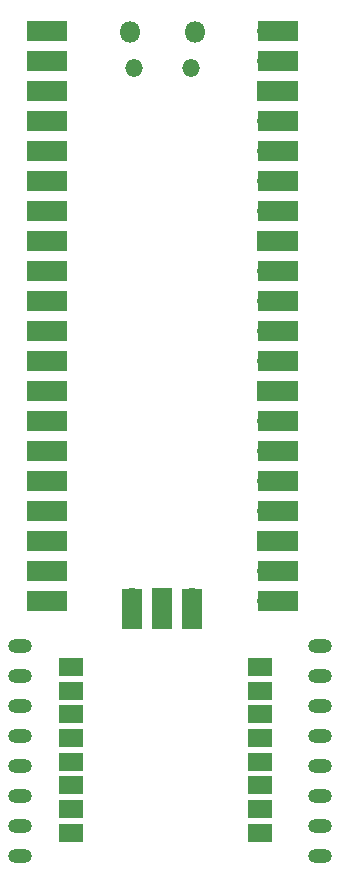
<source format=gbr>
%TF.GenerationSoftware,KiCad,Pcbnew,6.0.2+dfsg-1*%
%TF.CreationDate,2022-09-03T15:09:50+02:00*%
%TF.ProjectId,LoRa_thing,4c6f5261-5f74-4686-996e-672e6b696361,rev?*%
%TF.SameCoordinates,Original*%
%TF.FileFunction,Soldermask,Top*%
%TF.FilePolarity,Negative*%
%FSLAX46Y46*%
G04 Gerber Fmt 4.6, Leading zero omitted, Abs format (unit mm)*
G04 Created by KiCad (PCBNEW 6.0.2+dfsg-1) date 2022-09-03 15:09:50*
%MOMM*%
%LPD*%
G01*
G04 APERTURE LIST*
%ADD10O,1.800000X1.800000*%
%ADD11O,1.500000X1.500000*%
%ADD12O,1.700000X1.700000*%
%ADD13R,3.500000X1.700000*%
%ADD14R,1.700000X1.700000*%
%ADD15R,1.700000X3.500000*%
%ADD16R,2.000000X1.500000*%
%ADD17O,2.000000X1.200000*%
G04 APERTURE END LIST*
D10*
%TO.C,U2*%
X123375000Y-66170000D03*
X117925000Y-66170000D03*
D11*
X118225000Y-69200000D03*
X123075000Y-69200000D03*
D12*
X111760000Y-66040000D03*
D13*
X110860000Y-66040000D03*
D12*
X111760000Y-68580000D03*
D13*
X110860000Y-68580000D03*
X110860000Y-71120000D03*
D14*
X111760000Y-71120000D03*
D12*
X111760000Y-73660000D03*
D13*
X110860000Y-73660000D03*
D12*
X111760000Y-76200000D03*
D13*
X110860000Y-76200000D03*
D12*
X111760000Y-78740000D03*
D13*
X110860000Y-78740000D03*
X110860000Y-81280000D03*
D12*
X111760000Y-81280000D03*
D14*
X111760000Y-83820000D03*
D13*
X110860000Y-83820000D03*
X110860000Y-86360000D03*
D12*
X111760000Y-86360000D03*
X111760000Y-88900000D03*
D13*
X110860000Y-88900000D03*
X110860000Y-91440000D03*
D12*
X111760000Y-91440000D03*
X111760000Y-93980000D03*
D13*
X110860000Y-93980000D03*
D14*
X111760000Y-96520000D03*
D13*
X110860000Y-96520000D03*
X110860000Y-99060000D03*
D12*
X111760000Y-99060000D03*
X111760000Y-101600000D03*
D13*
X110860000Y-101600000D03*
X110860000Y-104140000D03*
D12*
X111760000Y-104140000D03*
D13*
X110860000Y-106680000D03*
D12*
X111760000Y-106680000D03*
D13*
X110860000Y-109220000D03*
D14*
X111760000Y-109220000D03*
D12*
X111760000Y-111760000D03*
D13*
X110860000Y-111760000D03*
X110860000Y-114300000D03*
D12*
X111760000Y-114300000D03*
D13*
X130440000Y-114300000D03*
D12*
X129540000Y-114300000D03*
D13*
X130440000Y-111760000D03*
D12*
X129540000Y-111760000D03*
D13*
X130440000Y-109220000D03*
D14*
X129540000Y-109220000D03*
D12*
X129540000Y-106680000D03*
D13*
X130440000Y-106680000D03*
X130440000Y-104140000D03*
D12*
X129540000Y-104140000D03*
D13*
X130440000Y-101600000D03*
D12*
X129540000Y-101600000D03*
X129540000Y-99060000D03*
D13*
X130440000Y-99060000D03*
D14*
X129540000Y-96520000D03*
D13*
X130440000Y-96520000D03*
D12*
X129540000Y-93980000D03*
D13*
X130440000Y-93980000D03*
X130440000Y-91440000D03*
D12*
X129540000Y-91440000D03*
X129540000Y-88900000D03*
D13*
X130440000Y-88900000D03*
D12*
X129540000Y-86360000D03*
D13*
X130440000Y-86360000D03*
X130440000Y-83820000D03*
D14*
X129540000Y-83820000D03*
D13*
X130440000Y-81280000D03*
D12*
X129540000Y-81280000D03*
D13*
X130440000Y-78740000D03*
D12*
X129540000Y-78740000D03*
X129540000Y-76200000D03*
D13*
X130440000Y-76200000D03*
X130440000Y-73660000D03*
D12*
X129540000Y-73660000D03*
D13*
X130440000Y-71120000D03*
D14*
X129540000Y-71120000D03*
D13*
X130440000Y-68580000D03*
D12*
X129540000Y-68580000D03*
X129540000Y-66040000D03*
D13*
X130440000Y-66040000D03*
D15*
X118110000Y-114970000D03*
D12*
X118110000Y-114070000D03*
D14*
X120650000Y-114070000D03*
D15*
X120650000Y-114970000D03*
D12*
X123190000Y-114070000D03*
D15*
X123190000Y-114970000D03*
%TD*%
D16*
%TO.C,U1*%
X128905000Y-133920000D03*
D17*
X133985000Y-135890000D03*
D16*
X128905000Y-131920000D03*
D17*
X133985000Y-133350000D03*
D16*
X128905000Y-129920000D03*
D17*
X133985000Y-130810000D03*
X133985000Y-128270000D03*
D16*
X128905000Y-127920000D03*
X128905000Y-125920000D03*
D17*
X133985000Y-125730000D03*
X133985000Y-123190000D03*
D16*
X128905000Y-123920000D03*
D17*
X133985000Y-120650000D03*
D16*
X128905000Y-121920000D03*
D17*
X133985000Y-118110000D03*
D16*
X128905000Y-119920000D03*
D17*
X108585000Y-118110000D03*
D16*
X112905000Y-119920000D03*
D17*
X108585000Y-120650000D03*
D16*
X112905000Y-121920000D03*
D17*
X108585000Y-123190000D03*
D16*
X112905000Y-123920000D03*
X112905000Y-125920000D03*
D17*
X108585000Y-125730000D03*
D16*
X112905000Y-127920000D03*
D17*
X108585000Y-128270000D03*
X108585000Y-130810000D03*
D16*
X112905000Y-129920000D03*
D17*
X108585000Y-133350000D03*
D16*
X112905000Y-131920000D03*
D17*
X108585000Y-135890000D03*
D16*
X112905000Y-133920000D03*
%TD*%
M02*

</source>
